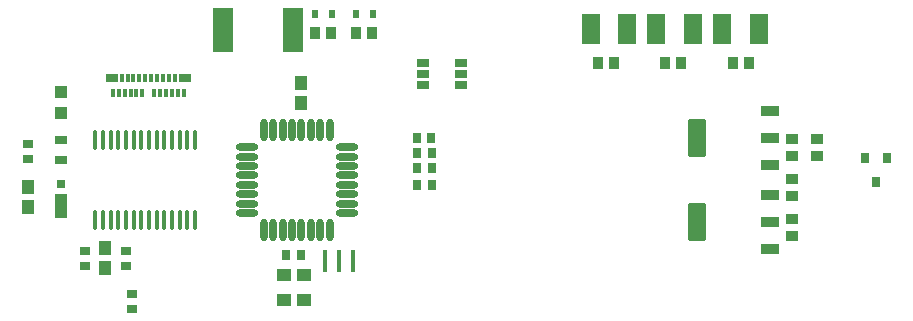
<source format=gtp>
G04*
G04 #@! TF.GenerationSoftware,Altium Limited,Altium Designer,20.1.10 (176)*
G04*
G04 Layer_Color=8421504*
%FSLAX25Y25*%
%MOIN*%
G70*
G04*
G04 #@! TF.SameCoordinates,4904768C-9D57-489E-94B9-A5ABCCC02516*
G04*
G04*
G04 #@! TF.FilePolarity,Positive*
G04*
G01*
G75*
G04:AMPARAMS|DCode=18|XSize=124.02mil|YSize=57.09mil|CornerRadius=2mil|HoleSize=0mil|Usage=FLASHONLY|Rotation=270.000|XOffset=0mil|YOffset=0mil|HoleType=Round|Shape=RoundedRectangle|*
%AMROUNDEDRECTD18*
21,1,0.12402,0.05309,0,0,270.0*
21,1,0.12002,0.05709,0,0,270.0*
1,1,0.00400,-0.02655,-0.06001*
1,1,0.00400,-0.02655,0.06001*
1,1,0.00400,0.02655,0.06001*
1,1,0.00400,0.02655,-0.06001*
%
%ADD18ROUNDEDRECTD18*%
G04:AMPARAMS|DCode=19|XSize=35.43mil|YSize=57.09mil|CornerRadius=1.95mil|HoleSize=0mil|Usage=FLASHONLY|Rotation=270.000|XOffset=0mil|YOffset=0mil|HoleType=Round|Shape=RoundedRectangle|*
%AMROUNDEDRECTD19*
21,1,0.03543,0.05319,0,0,270.0*
21,1,0.03154,0.05709,0,0,270.0*
1,1,0.00390,-0.02659,-0.01577*
1,1,0.00390,-0.02659,0.01577*
1,1,0.00390,0.02659,0.01577*
1,1,0.00390,0.02659,-0.01577*
%
%ADD19ROUNDEDRECTD19*%
%ADD20R,0.04134X0.03740*%
%ADD21R,0.01575X0.07480*%
%ADD22O,0.01378X0.07087*%
%ADD23O,0.07677X0.02362*%
%ADD24O,0.02362X0.07677*%
%ADD25R,0.06693X0.14567*%
%ADD26R,0.03347X0.02756*%
%ADD27R,0.03543X0.04134*%
%ADD28R,0.02953X0.03347*%
%ADD29R,0.04331X0.04331*%
%ADD30R,0.02756X0.03347*%
%ADD31R,0.03150X0.03543*%
%ADD32R,0.03937X0.02756*%
%ADD33R,0.02362X0.03150*%
%ADD34R,0.05906X0.10236*%
%ADD35R,0.03937X0.02756*%
%ADD36R,0.01181X0.02756*%
%ADD37R,0.03150X0.03150*%
%ADD38R,0.04331X0.07874*%
%ADD39R,0.04331X0.04921*%
%ADD40R,0.03347X0.02953*%
%ADD41R,0.04921X0.04331*%
D18*
X227894Y45000D02*
D03*
Y73000D02*
D03*
D19*
X252106Y54055D02*
D03*
Y45000D02*
D03*
Y35945D02*
D03*
Y82055D02*
D03*
Y73000D02*
D03*
Y63945D02*
D03*
D20*
X268000Y67146D02*
D03*
Y72854D02*
D03*
X259500Y67146D02*
D03*
Y72854D02*
D03*
Y59500D02*
D03*
Y53791D02*
D03*
Y46000D02*
D03*
Y40291D02*
D03*
D21*
X113224Y32000D02*
D03*
X108500D02*
D03*
X103776D02*
D03*
D22*
X60634Y72441D02*
D03*
X58075D02*
D03*
X55516D02*
D03*
X52957D02*
D03*
X50398D02*
D03*
X47839D02*
D03*
X45279D02*
D03*
X42720D02*
D03*
X40161D02*
D03*
X37602D02*
D03*
X35043D02*
D03*
X32484D02*
D03*
X29925D02*
D03*
X27366D02*
D03*
X60634Y45669D02*
D03*
X58075D02*
D03*
X55516D02*
D03*
X52957D02*
D03*
X50398D02*
D03*
X47839D02*
D03*
X45279D02*
D03*
X42720D02*
D03*
X40161D02*
D03*
X37602D02*
D03*
X35043D02*
D03*
X32484D02*
D03*
X29925D02*
D03*
X27366D02*
D03*
D23*
X77756Y48031D02*
D03*
Y51181D02*
D03*
Y54331D02*
D03*
Y57480D02*
D03*
Y60630D02*
D03*
Y63779D02*
D03*
Y66929D02*
D03*
Y70079D02*
D03*
X111221D02*
D03*
Y66929D02*
D03*
Y63779D02*
D03*
Y60630D02*
D03*
Y57480D02*
D03*
Y54331D02*
D03*
Y51181D02*
D03*
Y48031D02*
D03*
D24*
X83465Y75787D02*
D03*
X86614D02*
D03*
X89764D02*
D03*
X92913D02*
D03*
X96063D02*
D03*
X99213D02*
D03*
X102362D02*
D03*
X105512D02*
D03*
Y42323D02*
D03*
X102362D02*
D03*
X99213D02*
D03*
X96063D02*
D03*
X92913D02*
D03*
X89764D02*
D03*
X86614D02*
D03*
X83465D02*
D03*
D25*
X93307Y109252D02*
D03*
X70079D02*
D03*
D26*
X39500Y20961D02*
D03*
Y16039D02*
D03*
X37500Y30539D02*
D03*
Y35461D02*
D03*
X24000Y30539D02*
D03*
Y35461D02*
D03*
D27*
X106000Y108000D02*
D03*
X100685D02*
D03*
X114342D02*
D03*
X119658D02*
D03*
X194843Y98000D02*
D03*
X200157D02*
D03*
X239843D02*
D03*
X245158D02*
D03*
X217342D02*
D03*
X222657D02*
D03*
D28*
X139559Y68000D02*
D03*
X134441D02*
D03*
X139559Y57500D02*
D03*
X134441D02*
D03*
X134441Y63000D02*
D03*
X139559D02*
D03*
X95961Y34000D02*
D03*
X91039D02*
D03*
D29*
X16000Y81457D02*
D03*
Y88543D02*
D03*
D30*
X134736Y73000D02*
D03*
X139264D02*
D03*
D31*
X291240Y66437D02*
D03*
X283760D02*
D03*
X287500Y58563D02*
D03*
D32*
X149299Y90760D02*
D03*
Y94500D02*
D03*
Y98240D02*
D03*
X136701D02*
D03*
Y94500D02*
D03*
Y90760D02*
D03*
X16000Y65654D02*
D03*
Y72347D02*
D03*
D33*
X100646Y114500D02*
D03*
X106354D02*
D03*
X114146D02*
D03*
X119854D02*
D03*
D34*
X192500Y109500D02*
D03*
X204705D02*
D03*
X236398D02*
D03*
X248602D02*
D03*
X214398D02*
D03*
X226602D02*
D03*
D35*
X32795Y93276D02*
D03*
X57205D02*
D03*
D36*
X53858D02*
D03*
X51890D02*
D03*
X49921D02*
D03*
X47953D02*
D03*
X45984D02*
D03*
X44016D02*
D03*
X42047D02*
D03*
X40079D02*
D03*
X38110D02*
D03*
X36142D02*
D03*
X33189Y88157D02*
D03*
X35157D02*
D03*
X37126D02*
D03*
X39094D02*
D03*
X41063D02*
D03*
X43031D02*
D03*
X46968D02*
D03*
X48937D02*
D03*
X50906D02*
D03*
X52874D02*
D03*
X54843D02*
D03*
X56811D02*
D03*
D37*
X16000Y57921D02*
D03*
D38*
Y50441D02*
D03*
D39*
X30500Y36346D02*
D03*
Y29653D02*
D03*
X5000Y50154D02*
D03*
Y56846D02*
D03*
X96000Y84654D02*
D03*
Y91347D02*
D03*
D40*
X5000Y66039D02*
D03*
Y70961D02*
D03*
D41*
X96846Y19000D02*
D03*
X90153D02*
D03*
X96846Y27500D02*
D03*
X90153D02*
D03*
M02*

</source>
